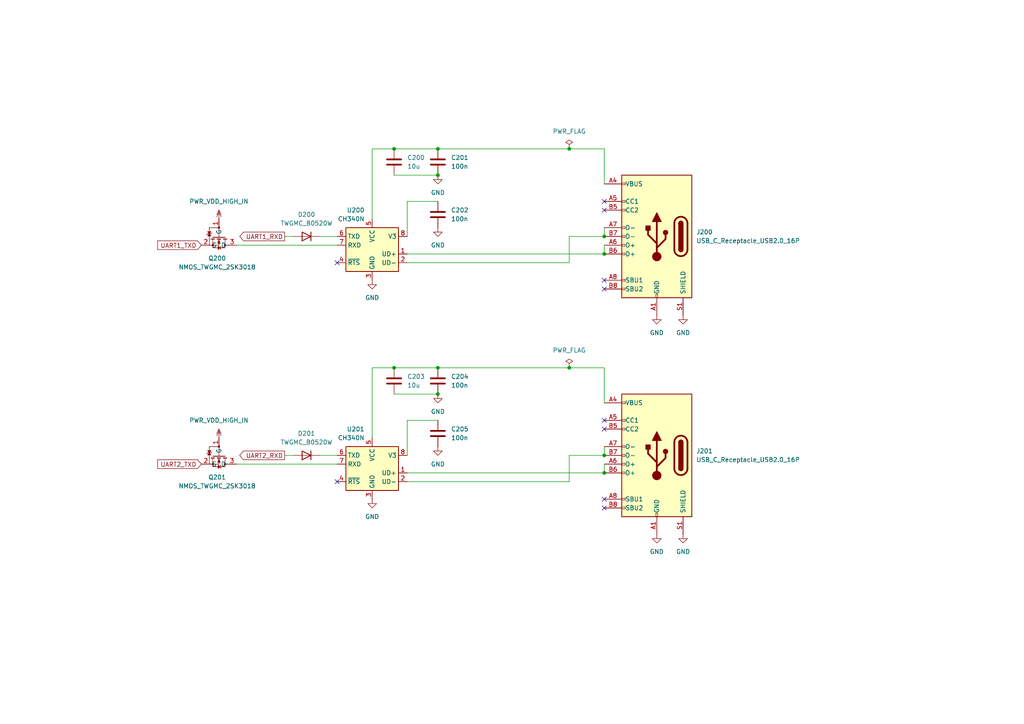
<source format=kicad_sch>
(kicad_sch
	(version 20231120)
	(generator "eeschema")
	(generator_version "8.0")
	(uuid "9dc7ce61-9dd0-4c35-91ce-4425263c46b6")
	(paper "A4")
	(title_block
		(title "i.MX6ULL Carrier - UART")
		(date "2024-06-14")
		(rev "0.9.2")
	)
	(lib_symbols
		(symbol "Connector:USB_C_Receptacle_USB2.0_16P"
			(pin_names
				(offset 1.016)
			)
			(exclude_from_sim no)
			(in_bom yes)
			(on_board yes)
			(property "Reference" "J"
				(at 0 22.225 0)
				(effects
					(font
						(size 1.27 1.27)
					)
				)
			)
			(property "Value" "USB_C_Receptacle_USB2.0_16P"
				(at 0 19.685 0)
				(effects
					(font
						(size 1.27 1.27)
					)
				)
			)
			(property "Footprint" ""
				(at 3.81 0 0)
				(effects
					(font
						(size 1.27 1.27)
					)
					(hide yes)
				)
			)
			(property "Datasheet" "https://www.usb.org/sites/default/files/documents/usb_type-c.zip"
				(at 3.81 0 0)
				(effects
					(font
						(size 1.27 1.27)
					)
					(hide yes)
				)
			)
			(property "Description" "USB 2.0-only 16P Type-C Receptacle connector"
				(at 0 0 0)
				(effects
					(font
						(size 1.27 1.27)
					)
					(hide yes)
				)
			)
			(property "ki_keywords" "usb universal serial bus type-C USB2.0"
				(at 0 0 0)
				(effects
					(font
						(size 1.27 1.27)
					)
					(hide yes)
				)
			)
			(property "ki_fp_filters" "USB*C*Receptacle*"
				(at 0 0 0)
				(effects
					(font
						(size 1.27 1.27)
					)
					(hide yes)
				)
			)
			(symbol "USB_C_Receptacle_USB2.0_16P_0_0"
				(rectangle
					(start -0.254 -17.78)
					(end 0.254 -16.764)
					(stroke
						(width 0)
						(type default)
					)
					(fill
						(type none)
					)
				)
				(rectangle
					(start 10.16 -14.986)
					(end 9.144 -15.494)
					(stroke
						(width 0)
						(type default)
					)
					(fill
						(type none)
					)
				)
				(rectangle
					(start 10.16 -12.446)
					(end 9.144 -12.954)
					(stroke
						(width 0)
						(type default)
					)
					(fill
						(type none)
					)
				)
				(rectangle
					(start 10.16 -4.826)
					(end 9.144 -5.334)
					(stroke
						(width 0)
						(type default)
					)
					(fill
						(type none)
					)
				)
				(rectangle
					(start 10.16 -2.286)
					(end 9.144 -2.794)
					(stroke
						(width 0)
						(type default)
					)
					(fill
						(type none)
					)
				)
				(rectangle
					(start 10.16 0.254)
					(end 9.144 -0.254)
					(stroke
						(width 0)
						(type default)
					)
					(fill
						(type none)
					)
				)
				(rectangle
					(start 10.16 2.794)
					(end 9.144 2.286)
					(stroke
						(width 0)
						(type default)
					)
					(fill
						(type none)
					)
				)
				(rectangle
					(start 10.16 7.874)
					(end 9.144 7.366)
					(stroke
						(width 0)
						(type default)
					)
					(fill
						(type none)
					)
				)
				(rectangle
					(start 10.16 10.414)
					(end 9.144 9.906)
					(stroke
						(width 0)
						(type default)
					)
					(fill
						(type none)
					)
				)
				(rectangle
					(start 10.16 15.494)
					(end 9.144 14.986)
					(stroke
						(width 0)
						(type default)
					)
					(fill
						(type none)
					)
				)
			)
			(symbol "USB_C_Receptacle_USB2.0_16P_0_1"
				(rectangle
					(start -10.16 17.78)
					(end 10.16 -17.78)
					(stroke
						(width 0.254)
						(type default)
					)
					(fill
						(type background)
					)
				)
				(arc
					(start -8.89 -3.81)
					(mid -6.985 -5.7067)
					(end -5.08 -3.81)
					(stroke
						(width 0.508)
						(type default)
					)
					(fill
						(type none)
					)
				)
				(arc
					(start -7.62 -3.81)
					(mid -6.985 -4.4423)
					(end -6.35 -3.81)
					(stroke
						(width 0.254)
						(type default)
					)
					(fill
						(type none)
					)
				)
				(arc
					(start -7.62 -3.81)
					(mid -6.985 -4.4423)
					(end -6.35 -3.81)
					(stroke
						(width 0.254)
						(type default)
					)
					(fill
						(type outline)
					)
				)
				(rectangle
					(start -7.62 -3.81)
					(end -6.35 3.81)
					(stroke
						(width 0.254)
						(type default)
					)
					(fill
						(type outline)
					)
				)
				(arc
					(start -6.35 3.81)
					(mid -6.985 4.4423)
					(end -7.62 3.81)
					(stroke
						(width 0.254)
						(type default)
					)
					(fill
						(type none)
					)
				)
				(arc
					(start -6.35 3.81)
					(mid -6.985 4.4423)
					(end -7.62 3.81)
					(stroke
						(width 0.254)
						(type default)
					)
					(fill
						(type outline)
					)
				)
				(arc
					(start -5.08 3.81)
					(mid -6.985 5.7067)
					(end -8.89 3.81)
					(stroke
						(width 0.508)
						(type default)
					)
					(fill
						(type none)
					)
				)
				(circle
					(center -2.54 1.143)
					(radius 0.635)
					(stroke
						(width 0.254)
						(type default)
					)
					(fill
						(type outline)
					)
				)
				(circle
					(center 0 -5.842)
					(radius 1.27)
					(stroke
						(width 0)
						(type default)
					)
					(fill
						(type outline)
					)
				)
				(polyline
					(pts
						(xy -8.89 -3.81) (xy -8.89 3.81)
					)
					(stroke
						(width 0.508)
						(type default)
					)
					(fill
						(type none)
					)
				)
				(polyline
					(pts
						(xy -5.08 3.81) (xy -5.08 -3.81)
					)
					(stroke
						(width 0.508)
						(type default)
					)
					(fill
						(type none)
					)
				)
				(polyline
					(pts
						(xy 0 -5.842) (xy 0 4.318)
					)
					(stroke
						(width 0.508)
						(type default)
					)
					(fill
						(type none)
					)
				)
				(polyline
					(pts
						(xy 0 -3.302) (xy -2.54 -0.762) (xy -2.54 0.508)
					)
					(stroke
						(width 0.508)
						(type default)
					)
					(fill
						(type none)
					)
				)
				(polyline
					(pts
						(xy 0 -2.032) (xy 2.54 0.508) (xy 2.54 1.778)
					)
					(stroke
						(width 0.508)
						(type default)
					)
					(fill
						(type none)
					)
				)
				(polyline
					(pts
						(xy -1.27 4.318) (xy 0 6.858) (xy 1.27 4.318) (xy -1.27 4.318)
					)
					(stroke
						(width 0.254)
						(type default)
					)
					(fill
						(type outline)
					)
				)
				(rectangle
					(start 1.905 1.778)
					(end 3.175 3.048)
					(stroke
						(width 0.254)
						(type default)
					)
					(fill
						(type outline)
					)
				)
			)
			(symbol "USB_C_Receptacle_USB2.0_16P_1_1"
				(pin passive line
					(at 0 -22.86 90)
					(length 5.08)
					(name "GND"
						(effects
							(font
								(size 1.27 1.27)
							)
						)
					)
					(number "A1"
						(effects
							(font
								(size 1.27 1.27)
							)
						)
					)
				)
				(pin passive line
					(at 0 -22.86 90)
					(length 5.08) hide
					(name "GND"
						(effects
							(font
								(size 1.27 1.27)
							)
						)
					)
					(number "A12"
						(effects
							(font
								(size 1.27 1.27)
							)
						)
					)
				)
				(pin passive line
					(at 15.24 15.24 180)
					(length 5.08)
					(name "VBUS"
						(effects
							(font
								(size 1.27 1.27)
							)
						)
					)
					(number "A4"
						(effects
							(font
								(size 1.27 1.27)
							)
						)
					)
				)
				(pin bidirectional line
					(at 15.24 10.16 180)
					(length 5.08)
					(name "CC1"
						(effects
							(font
								(size 1.27 1.27)
							)
						)
					)
					(number "A5"
						(effects
							(font
								(size 1.27 1.27)
							)
						)
					)
				)
				(pin bidirectional line
					(at 15.24 -2.54 180)
					(length 5.08)
					(name "D+"
						(effects
							(font
								(size 1.27 1.27)
							)
						)
					)
					(number "A6"
						(effects
							(font
								(size 1.27 1.27)
							)
						)
					)
				)
				(pin bidirectional line
					(at 15.24 2.54 180)
					(length 5.08)
					(name "D-"
						(effects
							(font
								(size 1.27 1.27)
							)
						)
					)
					(number "A7"
						(effects
							(font
								(size 1.27 1.27)
							)
						)
					)
				)
				(pin bidirectional line
					(at 15.24 -12.7 180)
					(length 5.08)
					(name "SBU1"
						(effects
							(font
								(size 1.27 1.27)
							)
						)
					)
					(number "A8"
						(effects
							(font
								(size 1.27 1.27)
							)
						)
					)
				)
				(pin passive line
					(at 15.24 15.24 180)
					(length 5.08) hide
					(name "VBUS"
						(effects
							(font
								(size 1.27 1.27)
							)
						)
					)
					(number "A9"
						(effects
							(font
								(size 1.27 1.27)
							)
						)
					)
				)
				(pin passive line
					(at 0 -22.86 90)
					(length 5.08) hide
					(name "GND"
						(effects
							(font
								(size 1.27 1.27)
							)
						)
					)
					(number "B1"
						(effects
							(font
								(size 1.27 1.27)
							)
						)
					)
				)
				(pin passive line
					(at 0 -22.86 90)
					(length 5.08) hide
					(name "GND"
						(effects
							(font
								(size 1.27 1.27)
							)
						)
					)
					(number "B12"
						(effects
							(font
								(size 1.27 1.27)
							)
						)
					)
				)
				(pin passive line
					(at 15.24 15.24 180)
					(length 5.08) hide
					(name "VBUS"
						(effects
							(font
								(size 1.27 1.27)
							)
						)
					)
					(number "B4"
						(effects
							(font
								(size 1.27 1.27)
							)
						)
					)
				)
				(pin bidirectional line
					(at 15.24 7.62 180)
					(length 5.08)
					(name "CC2"
						(effects
							(font
								(size 1.27 1.27)
							)
						)
					)
					(number "B5"
						(effects
							(font
								(size 1.27 1.27)
							)
						)
					)
				)
				(pin bidirectional line
					(at 15.24 -5.08 180)
					(length 5.08)
					(name "D+"
						(effects
							(font
								(size 1.27 1.27)
							)
						)
					)
					(number "B6"
						(effects
							(font
								(size 1.27 1.27)
							)
						)
					)
				)
				(pin bidirectional line
					(at 15.24 0 180)
					(length 5.08)
					(name "D-"
						(effects
							(font
								(size 1.27 1.27)
							)
						)
					)
					(number "B7"
						(effects
							(font
								(size 1.27 1.27)
							)
						)
					)
				)
				(pin bidirectional line
					(at 15.24 -15.24 180)
					(length 5.08)
					(name "SBU2"
						(effects
							(font
								(size 1.27 1.27)
							)
						)
					)
					(number "B8"
						(effects
							(font
								(size 1.27 1.27)
							)
						)
					)
				)
				(pin passive line
					(at 15.24 15.24 180)
					(length 5.08) hide
					(name "VBUS"
						(effects
							(font
								(size 1.27 1.27)
							)
						)
					)
					(number "B9"
						(effects
							(font
								(size 1.27 1.27)
							)
						)
					)
				)
				(pin passive line
					(at -7.62 -22.86 90)
					(length 5.08)
					(name "SHIELD"
						(effects
							(font
								(size 1.27 1.27)
							)
						)
					)
					(number "S1"
						(effects
							(font
								(size 1.27 1.27)
							)
						)
					)
				)
			)
		)
		(symbol "Device:C"
			(pin_numbers hide)
			(pin_names
				(offset 0.254)
			)
			(exclude_from_sim no)
			(in_bom yes)
			(on_board yes)
			(property "Reference" "C"
				(at 0.635 2.54 0)
				(effects
					(font
						(size 1.27 1.27)
					)
					(justify left)
				)
			)
			(property "Value" "C"
				(at 0.635 -2.54 0)
				(effects
					(font
						(size 1.27 1.27)
					)
					(justify left)
				)
			)
			(property "Footprint" ""
				(at 0.9652 -3.81 0)
				(effects
					(font
						(size 1.27 1.27)
					)
					(hide yes)
				)
			)
			(property "Datasheet" "~"
				(at 0 0 0)
				(effects
					(font
						(size 1.27 1.27)
					)
					(hide yes)
				)
			)
			(property "Description" "Unpolarized capacitor"
				(at 0 0 0)
				(effects
					(font
						(size 1.27 1.27)
					)
					(hide yes)
				)
			)
			(property "ki_keywords" "cap capacitor"
				(at 0 0 0)
				(effects
					(font
						(size 1.27 1.27)
					)
					(hide yes)
				)
			)
			(property "ki_fp_filters" "C_*"
				(at 0 0 0)
				(effects
					(font
						(size 1.27 1.27)
					)
					(hide yes)
				)
			)
			(symbol "C_0_1"
				(polyline
					(pts
						(xy -2.032 -0.762) (xy 2.032 -0.762)
					)
					(stroke
						(width 0.508)
						(type default)
					)
					(fill
						(type none)
					)
				)
				(polyline
					(pts
						(xy -2.032 0.762) (xy 2.032 0.762)
					)
					(stroke
						(width 0.508)
						(type default)
					)
					(fill
						(type none)
					)
				)
			)
			(symbol "C_1_1"
				(pin passive line
					(at 0 3.81 270)
					(length 2.794)
					(name "~"
						(effects
							(font
								(size 1.27 1.27)
							)
						)
					)
					(number "1"
						(effects
							(font
								(size 1.27 1.27)
							)
						)
					)
				)
				(pin passive line
					(at 0 -3.81 90)
					(length 2.794)
					(name "~"
						(effects
							(font
								(size 1.27 1.27)
							)
						)
					)
					(number "2"
						(effects
							(font
								(size 1.27 1.27)
							)
						)
					)
				)
			)
		)
		(symbol "Device:D"
			(pin_numbers hide)
			(pin_names
				(offset 1.016) hide)
			(exclude_from_sim no)
			(in_bom yes)
			(on_board yes)
			(property "Reference" "D"
				(at 0 2.54 0)
				(effects
					(font
						(size 1.27 1.27)
					)
				)
			)
			(property "Value" "D"
				(at 0 -2.54 0)
				(effects
					(font
						(size 1.27 1.27)
					)
				)
			)
			(property "Footprint" ""
				(at 0 0 0)
				(effects
					(font
						(size 1.27 1.27)
					)
					(hide yes)
				)
			)
			(property "Datasheet" "~"
				(at 0 0 0)
				(effects
					(font
						(size 1.27 1.27)
					)
					(hide yes)
				)
			)
			(property "Description" "Diode"
				(at 0 0 0)
				(effects
					(font
						(size 1.27 1.27)
					)
					(hide yes)
				)
			)
			(property "Sim.Device" "D"
				(at 0 0 0)
				(effects
					(font
						(size 1.27 1.27)
					)
					(hide yes)
				)
			)
			(property "Sim.Pins" "1=K 2=A"
				(at 0 0 0)
				(effects
					(font
						(size 1.27 1.27)
					)
					(hide yes)
				)
			)
			(property "ki_keywords" "diode"
				(at 0 0 0)
				(effects
					(font
						(size 1.27 1.27)
					)
					(hide yes)
				)
			)
			(property "ki_fp_filters" "TO-???* *_Diode_* *SingleDiode* D_*"
				(at 0 0 0)
				(effects
					(font
						(size 1.27 1.27)
					)
					(hide yes)
				)
			)
			(symbol "D_0_1"
				(polyline
					(pts
						(xy -1.27 1.27) (xy -1.27 -1.27)
					)
					(stroke
						(width 0.254)
						(type default)
					)
					(fill
						(type none)
					)
				)
				(polyline
					(pts
						(xy 1.27 0) (xy -1.27 0)
					)
					(stroke
						(width 0)
						(type default)
					)
					(fill
						(type none)
					)
				)
				(polyline
					(pts
						(xy 1.27 1.27) (xy 1.27 -1.27) (xy -1.27 0) (xy 1.27 1.27)
					)
					(stroke
						(width 0.254)
						(type default)
					)
					(fill
						(type none)
					)
				)
			)
			(symbol "D_1_1"
				(pin passive line
					(at -3.81 0 0)
					(length 2.54)
					(name "K"
						(effects
							(font
								(size 1.27 1.27)
							)
						)
					)
					(number "1"
						(effects
							(font
								(size 1.27 1.27)
							)
						)
					)
				)
				(pin passive line
					(at 3.81 0 180)
					(length 2.54)
					(name "A"
						(effects
							(font
								(size 1.27 1.27)
							)
						)
					)
					(number "2"
						(effects
							(font
								(size 1.27 1.27)
							)
						)
					)
				)
			)
		)
		(symbol "Interface_USB:CH340N"
			(exclude_from_sim no)
			(in_bom yes)
			(on_board yes)
			(property "Reference" "U"
				(at -7.62 6.35 0)
				(effects
					(font
						(size 1.27 1.27)
					)
					(justify left)
				)
			)
			(property "Value" "CH340N"
				(at 7.62 6.35 0)
				(effects
					(font
						(size 1.27 1.27)
					)
					(justify right)
				)
			)
			(property "Footprint" "Package_SO:SOP-8_3.9x4.9mm_P1.27mm"
				(at -3.81 19.05 0)
				(effects
					(font
						(size 1.27 1.27)
					)
					(hide yes)
				)
			)
			(property "Datasheet" "https://aitendo3.sakura.ne.jp/aitendo_data/product_img/ic/inteface/CH340N/ch340n.pdf"
				(at -2.54 5.08 0)
				(effects
					(font
						(size 1.27 1.27)
					)
					(hide yes)
				)
			)
			(property "Description" "USB serial converter, 2Mbps, UART, SOP-8"
				(at 0 0 0)
				(effects
					(font
						(size 1.27 1.27)
					)
					(hide yes)
				)
			)
			(property "ki_keywords" "USB UART Serial Converter Interface"
				(at 0 0 0)
				(effects
					(font
						(size 1.27 1.27)
					)
					(hide yes)
				)
			)
			(property "ki_fp_filters" "SOP*3.9x4.9mm*P1.27mm*"
				(at 0 0 0)
				(effects
					(font
						(size 1.27 1.27)
					)
					(hide yes)
				)
			)
			(symbol "CH340N_0_1"
				(rectangle
					(start -7.62 5.08)
					(end 7.62 -7.62)
					(stroke
						(width 0.254)
						(type default)
					)
					(fill
						(type background)
					)
				)
			)
			(symbol "CH340N_1_1"
				(pin bidirectional line
					(at -10.16 -2.54 0)
					(length 2.54)
					(name "UD+"
						(effects
							(font
								(size 1.27 1.27)
							)
						)
					)
					(number "1"
						(effects
							(font
								(size 1.27 1.27)
							)
						)
					)
				)
				(pin bidirectional line
					(at -10.16 -5.08 0)
					(length 2.54)
					(name "UD-"
						(effects
							(font
								(size 1.27 1.27)
							)
						)
					)
					(number "2"
						(effects
							(font
								(size 1.27 1.27)
							)
						)
					)
				)
				(pin power_in line
					(at 0 -10.16 90)
					(length 2.54)
					(name "GND"
						(effects
							(font
								(size 1.27 1.27)
							)
						)
					)
					(number "3"
						(effects
							(font
								(size 1.27 1.27)
							)
						)
					)
				)
				(pin output line
					(at 10.16 -5.08 180)
					(length 2.54)
					(name "~{RTS}"
						(effects
							(font
								(size 1.27 1.27)
							)
						)
					)
					(number "4"
						(effects
							(font
								(size 1.27 1.27)
							)
						)
					)
				)
				(pin power_in line
					(at 0 7.62 270)
					(length 2.54)
					(name "VCC"
						(effects
							(font
								(size 1.27 1.27)
							)
						)
					)
					(number "5"
						(effects
							(font
								(size 1.27 1.27)
							)
						)
					)
				)
				(pin output line
					(at 10.16 2.54 180)
					(length 2.54)
					(name "TXD"
						(effects
							(font
								(size 1.27 1.27)
							)
						)
					)
					(number "6"
						(effects
							(font
								(size 1.27 1.27)
							)
						)
					)
				)
				(pin input line
					(at 10.16 0 180)
					(length 2.54)
					(name "RXD"
						(effects
							(font
								(size 1.27 1.27)
							)
						)
					)
					(number "7"
						(effects
							(font
								(size 1.27 1.27)
							)
						)
					)
				)
				(pin passive line
					(at -10.16 2.54 0)
					(length 2.54)
					(name "V3"
						(effects
							(font
								(size 1.27 1.27)
							)
						)
					)
					(number "8"
						(effects
							(font
								(size 1.27 1.27)
							)
						)
					)
				)
			)
		)
		(symbol "i.MX6ULL Carrier:NMOS_TWGMC_2SK3018"
			(exclude_from_sim no)
			(in_bom yes)
			(on_board yes)
			(property "Reference" "Q"
				(at 5.08 1.27 0)
				(effects
					(font
						(size 1.27 1.27)
					)
					(justify left)
				)
			)
			(property "Value" "NMOS_TWGMC_2SK3018"
				(at 5.08 -1.27 0)
				(effects
					(font
						(size 1.27 1.27)
					)
					(justify left)
				)
			)
			(property "Footprint" "Package_TO_SOT_SMD:SOT-23-3"
				(at 0 0 0)
				(effects
					(font
						(size 1.27 1.27)
					)
					(hide yes)
				)
			)
			(property "Datasheet" ""
				(at 0 0 0)
				(effects
					(font
						(size 1.27 1.27)
					)
					(hide yes)
				)
			)
			(property "Description" ""
				(at 0 0 0)
				(effects
					(font
						(size 1.27 1.27)
					)
					(hide yes)
				)
			)
			(symbol "NMOS_TWGMC_2SK3018_0_1"
				(circle
					(center -2.54 0)
					(radius 0.254)
					(stroke
						(width 0)
						(type default)
					)
					(fill
						(type outline)
					)
				)
				(polyline
					(pts
						(xy -2.54 -2.794) (xy -2.54 0)
					)
					(stroke
						(width 0)
						(type default)
					)
					(fill
						(type none)
					)
				)
				(polyline
					(pts
						(xy -2.54 -2.794) (xy -1.27 -2.794)
					)
					(stroke
						(width 0)
						(type default)
					)
					(fill
						(type none)
					)
				)
				(polyline
					(pts
						(xy -0.762 -3.302) (xy -0.762 -2.286)
					)
					(stroke
						(width 0)
						(type default)
					)
					(fill
						(type none)
					)
				)
				(polyline
					(pts
						(xy -0.254 -2.794) (xy 2.54 -2.794)
					)
					(stroke
						(width 0)
						(type default)
					)
					(fill
						(type none)
					)
				)
				(polyline
					(pts
						(xy 0.254 0) (xy -2.54 0)
					)
					(stroke
						(width 0)
						(type default)
					)
					(fill
						(type none)
					)
				)
				(polyline
					(pts
						(xy 0.254 1.778) (xy 0.254 -1.778)
					)
					(stroke
						(width 0.254)
						(type default)
					)
					(fill
						(type none)
					)
				)
				(polyline
					(pts
						(xy 0.762 -1.27) (xy 0.762 -2.286)
					)
					(stroke
						(width 0.254)
						(type default)
					)
					(fill
						(type none)
					)
				)
				(polyline
					(pts
						(xy 0.762 0.508) (xy 0.762 -0.508)
					)
					(stroke
						(width 0.254)
						(type default)
					)
					(fill
						(type none)
					)
				)
				(polyline
					(pts
						(xy 0.762 2.286) (xy 0.762 1.27)
					)
					(stroke
						(width 0.254)
						(type default)
					)
					(fill
						(type none)
					)
				)
				(polyline
					(pts
						(xy 2.54 2.54) (xy 2.54 1.778)
					)
					(stroke
						(width 0)
						(type default)
					)
					(fill
						(type none)
					)
				)
				(polyline
					(pts
						(xy 2.794 0.508) (xy 3.81 0.508)
					)
					(stroke
						(width 0)
						(type default)
					)
					(fill
						(type none)
					)
				)
				(polyline
					(pts
						(xy 2.54 -2.54) (xy 2.54 0) (xy 0.762 0)
					)
					(stroke
						(width 0)
						(type default)
					)
					(fill
						(type none)
					)
				)
				(polyline
					(pts
						(xy 0.762 -1.778) (xy 3.302 -1.778) (xy 3.302 1.778) (xy 0.762 1.778)
					)
					(stroke
						(width 0)
						(type default)
					)
					(fill
						(type none)
					)
				)
				(polyline
					(pts
						(xy 1.016 0) (xy 2.032 0.381) (xy 2.032 -0.381) (xy 1.016 0)
					)
					(stroke
						(width 0)
						(type default)
					)
					(fill
						(type outline)
					)
				)
				(circle
					(center 2.54 -1.778)
					(radius 0.254)
					(stroke
						(width 0)
						(type default)
					)
					(fill
						(type outline)
					)
				)
				(circle
					(center 2.54 1.778)
					(radius 0.254)
					(stroke
						(width 0)
						(type default)
					)
					(fill
						(type outline)
					)
				)
			)
			(symbol "NMOS_TWGMC_2SK3018_1_1"
				(polyline
					(pts
						(xy -1.016 -2.032) (xy -0.762 -2.286)
					)
					(stroke
						(width 0)
						(type default)
					)
					(fill
						(type none)
					)
				)
				(polyline
					(pts
						(xy -0.762 -3.302) (xy -0.508 -3.556)
					)
					(stroke
						(width 0)
						(type default)
					)
					(fill
						(type none)
					)
				)
				(polyline
					(pts
						(xy -0.762 -2.794) (xy -1.397 -2.286) (xy -1.397 -3.302) (xy -0.762 -2.794)
					)
					(stroke
						(width 0)
						(type default)
					)
					(fill
						(type outline)
					)
				)
				(polyline
					(pts
						(xy -0.762 -2.794) (xy -0.127 -3.302) (xy -0.127 -2.286) (xy -0.762 -2.794)
					)
					(stroke
						(width 0)
						(type default)
					)
					(fill
						(type outline)
					)
				)
				(polyline
					(pts
						(xy 3.302 0.381) (xy 2.794 -0.254) (xy 3.81 -0.254) (xy 3.302 0.381)
					)
					(stroke
						(width 0)
						(type default)
					)
					(fill
						(type outline)
					)
				)
				(pin input line
					(at -5.08 0 0)
					(length 2.54)
					(name "G"
						(effects
							(font
								(size 1.27 1.27)
							)
						)
					)
					(number "1"
						(effects
							(font
								(size 1.27 1.27)
							)
						)
					)
				)
				(pin passive line
					(at 2.54 -5.08 90)
					(length 2.54)
					(name "S"
						(effects
							(font
								(size 1.27 1.27)
							)
						)
					)
					(number "2"
						(effects
							(font
								(size 1.27 1.27)
							)
						)
					)
				)
				(pin passive line
					(at 2.54 5.08 270)
					(length 2.54)
					(name "D"
						(effects
							(font
								(size 1.27 1.27)
							)
						)
					)
					(number "3"
						(effects
							(font
								(size 1.27 1.27)
							)
						)
					)
				)
			)
		)
		(symbol "i.MX6ULL Carrier:PWR_VDD_HIGH_IN"
			(power)
			(pin_numbers hide)
			(pin_names hide)
			(exclude_from_sim no)
			(in_bom no)
			(on_board no)
			(property "Reference" "#PWR_VDD_HIGH_IN"
				(at 0 0 0)
				(effects
					(font
						(size 1.27 1.27)
					)
					(hide yes)
				)
			)
			(property "Value" "PWR_VDD_HIGH_IN"
				(at 0 0 0)
				(effects
					(font
						(size 1.27 1.27)
					)
				)
			)
			(property "Footprint" ""
				(at 0 0 0)
				(effects
					(font
						(size 1.27 1.27)
					)
					(hide yes)
				)
			)
			(property "Datasheet" ""
				(at 0 0 0)
				(effects
					(font
						(size 1.27 1.27)
					)
					(hide yes)
				)
			)
			(property "Description" ""
				(at 0 0 0)
				(effects
					(font
						(size 1.27 1.27)
					)
					(hide yes)
				)
			)
			(symbol "PWR_VDD_HIGH_IN_0_1"
				(polyline
					(pts
						(xy -0.635 0.635) (xy 0 1.905)
					)
					(stroke
						(width 0)
						(type default)
					)
					(fill
						(type none)
					)
				)
				(polyline
					(pts
						(xy -0.635 1.27) (xy 0 2.54)
					)
					(stroke
						(width 0)
						(type default)
					)
					(fill
						(type none)
					)
				)
				(polyline
					(pts
						(xy 0 2.54) (xy 0 0)
					)
					(stroke
						(width 0)
						(type default)
					)
					(fill
						(type none)
					)
				)
				(polyline
					(pts
						(xy 0.635 0.635) (xy 0 1.905)
					)
					(stroke
						(width 0)
						(type default)
					)
					(fill
						(type none)
					)
				)
				(polyline
					(pts
						(xy 0.635 1.27) (xy 0 2.54)
					)
					(stroke
						(width 0)
						(type default)
					)
					(fill
						(type none)
					)
				)
			)
			(symbol "PWR_VDD_HIGH_IN_1_1"
				(pin power_in line
					(at 0 0 0)
					(length 0)
					(name ""
						(effects
							(font
								(size 1.27 1.27)
							)
						)
					)
					(number "1"
						(effects
							(font
								(size 1.27 1.27)
							)
						)
					)
				)
			)
		)
		(symbol "power:GND"
			(power)
			(pin_numbers hide)
			(pin_names
				(offset 0) hide)
			(exclude_from_sim no)
			(in_bom yes)
			(on_board yes)
			(property "Reference" "#PWR"
				(at 0 -6.35 0)
				(effects
					(font
						(size 1.27 1.27)
					)
					(hide yes)
				)
			)
			(property "Value" "GND"
				(at 0 -3.81 0)
				(effects
					(font
						(size 1.27 1.27)
					)
				)
			)
			(property "Footprint" ""
				(at 0 0 0)
				(effects
					(font
						(size 1.27 1.27)
					)
					(hide yes)
				)
			)
			(property "Datasheet" ""
				(at 0 0 0)
				(effects
					(font
						(size 1.27 1.27)
					)
					(hide yes)
				)
			)
			(property "Description" "Power symbol creates a global label with name \"GND\" , ground"
				(at 0 0 0)
				(effects
					(font
						(size 1.27 1.27)
					)
					(hide yes)
				)
			)
			(property "ki_keywords" "global power"
				(at 0 0 0)
				(effects
					(font
						(size 1.27 1.27)
					)
					(hide yes)
				)
			)
			(symbol "GND_0_1"
				(polyline
					(pts
						(xy 0 0) (xy 0 -1.27) (xy 1.27 -1.27) (xy 0 -2.54) (xy -1.27 -1.27) (xy 0 -1.27)
					)
					(stroke
						(width 0)
						(type default)
					)
					(fill
						(type none)
					)
				)
			)
			(symbol "GND_1_1"
				(pin power_in line
					(at 0 0 270)
					(length 0)
					(name "~"
						(effects
							(font
								(size 1.27 1.27)
							)
						)
					)
					(number "1"
						(effects
							(font
								(size 1.27 1.27)
							)
						)
					)
				)
			)
		)
		(symbol "power:PWR_FLAG"
			(power)
			(pin_numbers hide)
			(pin_names
				(offset 0) hide)
			(exclude_from_sim no)
			(in_bom yes)
			(on_board yes)
			(property "Reference" "#FLG"
				(at 0 1.905 0)
				(effects
					(font
						(size 1.27 1.27)
					)
					(hide yes)
				)
			)
			(property "Value" "PWR_FLAG"
				(at 0 3.81 0)
				(effects
					(font
						(size 1.27 1.27)
					)
				)
			)
			(property "Footprint" ""
				(at 0 0 0)
				(effects
					(font
						(size 1.27 1.27)
					)
					(hide yes)
				)
			)
			(property "Datasheet" "~"
				(at 0 0 0)
				(effects
					(font
						(size 1.27 1.27)
					)
					(hide yes)
				)
			)
			(property "Description" "Special symbol for telling ERC where power comes from"
				(at 0 0 0)
				(effects
					(font
						(size 1.27 1.27)
					)
					(hide yes)
				)
			)
			(property "ki_keywords" "flag power"
				(at 0 0 0)
				(effects
					(font
						(size 1.27 1.27)
					)
					(hide yes)
				)
			)
			(symbol "PWR_FLAG_0_0"
				(pin power_out line
					(at 0 0 90)
					(length 0)
					(name "~"
						(effects
							(font
								(size 1.27 1.27)
							)
						)
					)
					(number "1"
						(effects
							(font
								(size 1.27 1.27)
							)
						)
					)
				)
			)
			(symbol "PWR_FLAG_0_1"
				(polyline
					(pts
						(xy 0 0) (xy 0 1.27) (xy -1.016 1.905) (xy 0 2.54) (xy 1.016 1.905) (xy 0 1.27)
					)
					(stroke
						(width 0)
						(type default)
					)
					(fill
						(type none)
					)
				)
			)
		)
	)
	(junction
		(at 165.1 106.68)
		(diameter 0)
		(color 0 0 0 0)
		(uuid "06cfb78b-35cf-4940-9f3d-29a79305484f")
	)
	(junction
		(at 175.26 73.66)
		(diameter 0)
		(color 0 0 0 0)
		(uuid "1c4fd526-f649-4bbc-81d2-7d88b308a2b0")
	)
	(junction
		(at 127 43.18)
		(diameter 0)
		(color 0 0 0 0)
		(uuid "218c8c29-4ac4-4b6d-af58-d3ae93a6092e")
	)
	(junction
		(at 175.26 137.16)
		(diameter 0)
		(color 0 0 0 0)
		(uuid "25eeaa2e-a2cf-41c3-99da-274c65aaa056")
	)
	(junction
		(at 127 50.8)
		(diameter 0)
		(color 0 0 0 0)
		(uuid "40f1f2f0-250c-4992-8746-ee021251d729")
	)
	(junction
		(at 114.3 106.68)
		(diameter 0)
		(color 0 0 0 0)
		(uuid "4aa0d9e8-4213-4dd9-8b65-90783ca3984b")
	)
	(junction
		(at 175.26 132.08)
		(diameter 0)
		(color 0 0 0 0)
		(uuid "5f86974b-84b2-4bab-b0fc-a2b159e29078")
	)
	(junction
		(at 127 106.68)
		(diameter 0)
		(color 0 0 0 0)
		(uuid "b977dae8-e612-48ac-965f-97e9d0708993")
	)
	(junction
		(at 114.3 43.18)
		(diameter 0)
		(color 0 0 0 0)
		(uuid "c17a6bdf-a680-4d05-9388-4bfac0410a5d")
	)
	(junction
		(at 175.26 68.58)
		(diameter 0)
		(color 0 0 0 0)
		(uuid "d8a20360-a104-4747-831f-4914ab2d8993")
	)
	(junction
		(at 127 114.3)
		(diameter 0)
		(color 0 0 0 0)
		(uuid "e17628c8-f32d-4879-bf8f-1a2a551e829f")
	)
	(junction
		(at 165.1 43.18)
		(diameter 0)
		(color 0 0 0 0)
		(uuid "e2955473-1ae2-4367-a565-9a71764621bf")
	)
	(no_connect
		(at 175.26 121.92)
		(uuid "1ca9886e-50f4-4aa6-8b89-428b0bc42706")
	)
	(no_connect
		(at 97.79 76.2)
		(uuid "2115145a-d364-4f54-bf5b-5cbbd0aef912")
	)
	(no_connect
		(at 175.26 147.32)
		(uuid "27a4326c-8043-4906-96e9-07fede10a4f0")
	)
	(no_connect
		(at 175.26 144.78)
		(uuid "32f3a0f3-1e0f-46be-b80d-b44ed0a10ca3")
	)
	(no_connect
		(at 175.26 83.82)
		(uuid "42ae1b96-e0ed-4ed3-adb9-5ce669cf6b0d")
	)
	(no_connect
		(at 175.26 60.96)
		(uuid "458bf38e-68a3-4be6-8f03-7fa1334051a0")
	)
	(no_connect
		(at 175.26 124.46)
		(uuid "46b940bb-5e9e-4c34-8e41-4aa278fb456a")
	)
	(no_connect
		(at 175.26 58.42)
		(uuid "835b4293-bd61-440d-a585-d1111bc6de80")
	)
	(no_connect
		(at 175.26 81.28)
		(uuid "b862b6dd-5bfc-4af5-bba0-70ccf1192534")
	)
	(no_connect
		(at 97.79 139.7)
		(uuid "d05d8569-fe5f-4145-bb82-6dc36bb63a09")
	)
	(wire
		(pts
			(xy 175.26 66.04) (xy 175.26 68.58)
		)
		(stroke
			(width 0)
			(type default)
		)
		(uuid "0e94b295-a06e-4b6c-9adf-81fe3cead60e")
	)
	(wire
		(pts
			(xy 118.11 58.42) (xy 127 58.42)
		)
		(stroke
			(width 0)
			(type default)
		)
		(uuid "0eb942f4-86d9-43f2-be23-c6e9ca4e7bc0")
	)
	(wire
		(pts
			(xy 82.55 132.08) (xy 85.09 132.08)
		)
		(stroke
			(width 0)
			(type default)
		)
		(uuid "0f4828b9-97db-44f6-a96f-d59667902d3b")
	)
	(wire
		(pts
			(xy 68.58 71.12) (xy 97.79 71.12)
		)
		(stroke
			(width 0)
			(type default)
		)
		(uuid "10403b7f-29f1-4974-aae5-0de80c1c6313")
	)
	(wire
		(pts
			(xy 165.1 106.68) (xy 175.26 106.68)
		)
		(stroke
			(width 0)
			(type default)
		)
		(uuid "19e2b88f-4bdb-4563-85a9-2d70ae733180")
	)
	(wire
		(pts
			(xy 165.1 76.2) (xy 165.1 68.58)
		)
		(stroke
			(width 0)
			(type default)
		)
		(uuid "265cf5a1-feb8-4fd1-baa9-46dcb5b17824")
	)
	(wire
		(pts
			(xy 118.11 137.16) (xy 175.26 137.16)
		)
		(stroke
			(width 0)
			(type default)
		)
		(uuid "27d27ea8-c247-4cf0-b667-8ff58af786a3")
	)
	(wire
		(pts
			(xy 107.95 106.68) (xy 114.3 106.68)
		)
		(stroke
			(width 0)
			(type default)
		)
		(uuid "2f8aaa53-af67-4887-8bf1-e13b6e0ead1a")
	)
	(wire
		(pts
			(xy 175.26 116.84) (xy 175.26 106.68)
		)
		(stroke
			(width 0)
			(type default)
		)
		(uuid "314b0b1b-969e-4ac7-9e11-f5b6ddfd12f5")
	)
	(wire
		(pts
			(xy 118.11 76.2) (xy 165.1 76.2)
		)
		(stroke
			(width 0)
			(type default)
		)
		(uuid "320bdfd1-6aae-4fc1-9b7e-5fc930960de7")
	)
	(wire
		(pts
			(xy 175.26 129.54) (xy 175.26 132.08)
		)
		(stroke
			(width 0)
			(type default)
		)
		(uuid "3479250d-2c42-4db9-9b27-2da0968f7922")
	)
	(wire
		(pts
			(xy 165.1 68.58) (xy 175.26 68.58)
		)
		(stroke
			(width 0)
			(type default)
		)
		(uuid "3834364a-8171-417c-8d07-d57a6663d05c")
	)
	(wire
		(pts
			(xy 165.1 43.18) (xy 175.26 43.18)
		)
		(stroke
			(width 0)
			(type default)
		)
		(uuid "3e093d1f-14b1-40f8-9531-f1cd895efa30")
	)
	(wire
		(pts
			(xy 175.26 53.34) (xy 175.26 43.18)
		)
		(stroke
			(width 0)
			(type default)
		)
		(uuid "53dd369f-ed92-49e8-90d6-a74b5a2b130a")
	)
	(wire
		(pts
			(xy 114.3 50.8) (xy 127 50.8)
		)
		(stroke
			(width 0)
			(type default)
		)
		(uuid "63759fa1-26a8-4d26-a4ab-9cfa49b48aab")
	)
	(wire
		(pts
			(xy 92.71 68.58) (xy 97.79 68.58)
		)
		(stroke
			(width 0)
			(type default)
		)
		(uuid "64c76991-f3ad-4d90-89ce-0e50df238bdd")
	)
	(wire
		(pts
			(xy 118.11 73.66) (xy 175.26 73.66)
		)
		(stroke
			(width 0)
			(type default)
		)
		(uuid "797c2136-84d5-4230-b30f-b3526bdfcbe1")
	)
	(wire
		(pts
			(xy 107.95 106.68) (xy 107.95 127)
		)
		(stroke
			(width 0)
			(type default)
		)
		(uuid "7a341d47-3f5a-4b0e-bcfc-0e8f8ad2d1c2")
	)
	(wire
		(pts
			(xy 127 43.18) (xy 165.1 43.18)
		)
		(stroke
			(width 0)
			(type default)
		)
		(uuid "95dec40c-c449-492f-a2ec-8aeb42e7054a")
	)
	(wire
		(pts
			(xy 127 106.68) (xy 114.3 106.68)
		)
		(stroke
			(width 0)
			(type default)
		)
		(uuid "9eab8259-224b-4e56-8206-f8818967a995")
	)
	(wire
		(pts
			(xy 175.26 134.62) (xy 175.26 137.16)
		)
		(stroke
			(width 0)
			(type default)
		)
		(uuid "afc8ba9e-1f42-48e9-8c76-a262452ae118")
	)
	(wire
		(pts
			(xy 127 121.92) (xy 118.11 121.92)
		)
		(stroke
			(width 0)
			(type default)
		)
		(uuid "b12e7e8d-db6c-4503-8a86-ce71e91c7bdd")
	)
	(wire
		(pts
			(xy 118.11 68.58) (xy 118.11 58.42)
		)
		(stroke
			(width 0)
			(type default)
		)
		(uuid "b7509f95-fc0f-421f-8940-67ee03582d09")
	)
	(wire
		(pts
			(xy 127 43.18) (xy 114.3 43.18)
		)
		(stroke
			(width 0)
			(type default)
		)
		(uuid "bb17a76f-5b97-4d91-aaba-054473b963e1")
	)
	(wire
		(pts
			(xy 82.55 68.58) (xy 85.09 68.58)
		)
		(stroke
			(width 0)
			(type default)
		)
		(uuid "c126751e-f55d-48ea-b8ba-a85781b4d3af")
	)
	(wire
		(pts
			(xy 165.1 132.08) (xy 175.26 132.08)
		)
		(stroke
			(width 0)
			(type default)
		)
		(uuid "c25c6fd7-1d1f-4ec4-9c7c-3c0552f4d672")
	)
	(wire
		(pts
			(xy 175.26 71.12) (xy 175.26 73.66)
		)
		(stroke
			(width 0)
			(type default)
		)
		(uuid "c5375009-cae6-4e8a-a20a-d01a36d0b3a9")
	)
	(wire
		(pts
			(xy 92.71 132.08) (xy 97.79 132.08)
		)
		(stroke
			(width 0)
			(type default)
		)
		(uuid "cca1e272-138d-41c6-9b63-30476dfd361b")
	)
	(wire
		(pts
			(xy 127 106.68) (xy 165.1 106.68)
		)
		(stroke
			(width 0)
			(type default)
		)
		(uuid "d4a3e8d5-00b9-426e-8277-c17e90680ddc")
	)
	(wire
		(pts
			(xy 107.95 43.18) (xy 114.3 43.18)
		)
		(stroke
			(width 0)
			(type default)
		)
		(uuid "d4c6910b-8747-4213-b439-d4c0b1e298c7")
	)
	(wire
		(pts
			(xy 107.95 43.18) (xy 107.95 63.5)
		)
		(stroke
			(width 0)
			(type default)
		)
		(uuid "d761cce1-7f54-4ad1-8c9c-738951ddcfba")
	)
	(wire
		(pts
			(xy 118.11 139.7) (xy 165.1 139.7)
		)
		(stroke
			(width 0)
			(type default)
		)
		(uuid "d919c57f-99b5-4e82-8144-06f83504f0ab")
	)
	(wire
		(pts
			(xy 118.11 121.92) (xy 118.11 132.08)
		)
		(stroke
			(width 0)
			(type default)
		)
		(uuid "dd984804-2efc-45de-bc45-19b162421f9f")
	)
	(wire
		(pts
			(xy 68.58 134.62) (xy 97.79 134.62)
		)
		(stroke
			(width 0)
			(type default)
		)
		(uuid "eb961443-e747-4090-8313-739fe88e0a50")
	)
	(wire
		(pts
			(xy 114.3 114.3) (xy 127 114.3)
		)
		(stroke
			(width 0)
			(type default)
		)
		(uuid "f3b312ce-ce29-497d-8e5d-0d17aa127fd4")
	)
	(wire
		(pts
			(xy 165.1 139.7) (xy 165.1 132.08)
		)
		(stroke
			(width 0)
			(type default)
		)
		(uuid "fd207cce-641b-47b2-882d-e644a76b036a")
	)
	(global_label "UART2_TXD"
		(shape input)
		(at 58.42 134.62 180)
		(effects
			(font
				(size 1.27 1.27)
			)
			(justify right)
		)
		(uuid "0a4d8bd1-4ff9-4f20-af95-ac58303d247c")
		(property "Intersheetrefs" "${INTERSHEET_REFS}"
			(at 58.42 134.62 0)
			(effects
				(font
					(size 1.27 1.27)
				)
				(hide yes)
			)
		)
	)
	(global_label "UART1_RXD"
		(shape output)
		(at 82.55 68.58 180)
		(effects
			(font
				(size 1.27 1.27)
			)
			(justify right)
		)
		(uuid "57485615-e986-4ca8-982e-fa7adfc79c31")
		(property "Intersheetrefs" "${INTERSHEET_REFS}"
			(at 82.55 68.58 0)
			(effects
				(font
					(size 1.27 1.27)
				)
				(justify right)
				(hide yes)
			)
		)
	)
	(global_label "UART2_RXD"
		(shape output)
		(at 82.55 132.08 180)
		(effects
			(font
				(size 1.27 1.27)
			)
			(justify right)
		)
		(uuid "c89b93c8-d126-4c9f-b534-e2e16b01030a")
		(property "Intersheetrefs" "${INTERSHEET_REFS}"
			(at 82.55 132.08 0)
			(effects
				(font
					(size 1.27 1.27)
				)
				(justify right)
				(hide yes)
			)
		)
	)
	(global_label "UART1_TXD"
		(shape input)
		(at 58.42 71.12 180)
		(effects
			(font
				(size 1.27 1.27)
			)
			(justify right)
		)
		(uuid "e4c84998-e377-42f6-a055-963a4fb46452")
		(property "Intersheetrefs" "${INTERSHEET_REFS}"
			(at 58.42 71.12 0)
			(effects
				(font
					(size 1.27 1.27)
				)
				(hide yes)
			)
		)
	)
	(symbol
		(lib_id "i.MX6ULL Carrier:PWR_VDD_HIGH_IN")
		(at 63.5 127 0)
		(unit 1)
		(exclude_from_sim no)
		(in_bom no)
		(on_board no)
		(dnp no)
		(fields_autoplaced yes)
		(uuid "03efcdd4-3a65-482f-949a-f7de41251c67")
		(property "Reference" "#PWR_VDD_HIGH_IN0101"
			(at 63.5 127 0)
			(effects
				(font
					(size 1.27 1.27)
				)
				(hide yes)
			)
		)
		(property "Value" "PWR_VDD_HIGH_IN"
			(at 63.5 121.92 0)
			(effects
				(font
					(size 1.27 1.27)
				)
			)
		)
		(property "Footprint" ""
			(at 63.5 127 0)
			(effects
				(font
					(size 1.27 1.27)
				)
				(hide yes)
			)
		)
		(property "Datasheet" ""
			(at 63.5 127 0)
			(effects
				(font
					(size 1.27 1.27)
				)
				(hide yes)
			)
		)
		(property "Description" ""
			(at 63.5 127 0)
			(effects
				(font
					(size 1.27 1.27)
				)
				(hide yes)
			)
		)
		(pin "1"
			(uuid "e69be43d-0e11-42b6-b5ef-8f20c3825010")
		)
		(instances
			(project "i.MX6ULL Carrier"
				(path "/b811b355-39e8-4ef4-949d-2a1589ccc51f/04b3a2f2-8ac0-4985-ba84-94b6047ff9b6"
					(reference "#PWR_VDD_HIGH_IN0101")
					(unit 1)
				)
			)
		)
	)
	(symbol
		(lib_id "Device:C")
		(at 127 110.49 0)
		(unit 1)
		(exclude_from_sim no)
		(in_bom yes)
		(on_board yes)
		(dnp no)
		(fields_autoplaced yes)
		(uuid "042eb33b-f7a9-4e57-bc7c-8ad54317917b")
		(property "Reference" "C204"
			(at 130.81 109.2199 0)
			(effects
				(font
					(size 1.27 1.27)
				)
				(justify left)
			)
		)
		(property "Value" "100n"
			(at 130.81 111.7599 0)
			(effects
				(font
					(size 1.27 1.27)
				)
				(justify left)
			)
		)
		(property "Footprint" "Capacitor_SMD:C_0603_1608Metric"
			(at 127.9652 114.3 0)
			(effects
				(font
					(size 1.27 1.27)
				)
				(hide yes)
			)
		)
		(property "Datasheet" "~"
			(at 127 110.49 0)
			(effects
				(font
					(size 1.27 1.27)
				)
				(hide yes)
			)
		)
		(property "Description" "Unpolarized capacitor"
			(at 127 110.49 0)
			(effects
				(font
					(size 1.27 1.27)
				)
				(hide yes)
			)
		)
		(pin "1"
			(uuid "bc193280-d1df-4e83-aeb8-d6d1d357b119")
		)
		(pin "2"
			(uuid "6aabed1c-cb97-43ce-bef7-55ddef02b93a")
		)
		(instances
			(project "i.MX6ULL Carrier"
				(path "/b811b355-39e8-4ef4-949d-2a1589ccc51f/04b3a2f2-8ac0-4985-ba84-94b6047ff9b6"
					(reference "C204")
					(unit 1)
				)
			)
		)
	)
	(symbol
		(lib_id "i.MX6ULL Carrier:NMOS_TWGMC_2SK3018")
		(at 63.5 132.08 270)
		(unit 1)
		(exclude_from_sim no)
		(in_bom yes)
		(on_board yes)
		(dnp no)
		(fields_autoplaced yes)
		(uuid "0dbaea59-b5f3-427e-ad56-4c072a34f738")
		(property "Reference" "Q201"
			(at 62.992 138.43 90)
			(effects
				(font
					(size 1.27 1.27)
				)
			)
		)
		(property "Value" "NMOS_TWGMC_2SK3018"
			(at 62.992 140.97 90)
			(effects
				(font
					(size 1.27 1.27)
				)
			)
		)
		(property "Footprint" "Package_TO_SOT_SMD:SOT-23-3"
			(at 63.5 132.08 0)
			(effects
				(font
					(size 1.27 1.27)
				)
				(hide yes)
			)
		)
		(property "Datasheet" ""
			(at 63.5 132.08 0)
			(effects
				(font
					(size 1.27 1.27)
				)
				(hide yes)
			)
		)
		(property "Description" ""
			(at 63.5 132.08 0)
			(effects
				(font
					(size 1.27 1.27)
				)
				(hide yes)
			)
		)
		(pin "1"
			(uuid "e386d29f-baad-486a-8e05-b8b9b2007536")
		)
		(pin "2"
			(uuid "257a3af0-9b7d-4bc8-94e4-27972aaaeeb4")
		)
		(pin "3"
			(uuid "d0f319f7-ef01-4515-9193-ca4aca2c8f9c")
		)
		(instances
			(project "i.MX6ULL Carrier"
				(path "/b811b355-39e8-4ef4-949d-2a1589ccc51f/04b3a2f2-8ac0-4985-ba84-94b6047ff9b6"
					(reference "Q201")
					(unit 1)
				)
			)
		)
	)
	(symbol
		(lib_id "power:GND")
		(at 107.95 144.78 0)
		(unit 1)
		(exclude_from_sim no)
		(in_bom yes)
		(on_board yes)
		(dnp no)
		(fields_autoplaced yes)
		(uuid "1026e3b7-b9c5-4393-8a5a-15b8276c2fbc")
		(property "Reference" "#PWR0177"
			(at 107.95 151.13 0)
			(effects
				(font
					(size 1.27 1.27)
				)
				(hide yes)
			)
		)
		(property "Value" "GND"
			(at 107.95 149.86 0)
			(effects
				(font
					(size 1.27 1.27)
				)
			)
		)
		(property "Footprint" ""
			(at 107.95 144.78 0)
			(effects
				(font
					(size 1.27 1.27)
				)
				(hide yes)
			)
		)
		(property "Datasheet" ""
			(at 107.95 144.78 0)
			(effects
				(font
					(size 1.27 1.27)
				)
				(hide yes)
			)
		)
		(property "Description" "Power symbol creates a global label with name \"GND\" , ground"
			(at 107.95 144.78 0)
			(effects
				(font
					(size 1.27 1.27)
				)
				(hide yes)
			)
		)
		(pin "1"
			(uuid "1ab8bd56-ce6d-4fe4-9d92-e3970a2fe6ae")
		)
		(instances
			(project "i.MX6ULL Carrier"
				(path "/b811b355-39e8-4ef4-949d-2a1589ccc51f/04b3a2f2-8ac0-4985-ba84-94b6047ff9b6"
					(reference "#PWR0177")
					(unit 1)
				)
			)
		)
	)
	(symbol
		(lib_id "power:GND")
		(at 198.12 154.94 0)
		(unit 1)
		(exclude_from_sim no)
		(in_bom yes)
		(on_board yes)
		(dnp no)
		(fields_autoplaced yes)
		(uuid "114d36cc-aff6-403b-b865-ce5151c885a3")
		(property "Reference" "#PWR0169"
			(at 198.12 161.29 0)
			(effects
				(font
					(size 1.27 1.27)
				)
				(hide yes)
			)
		)
		(property "Value" "GND"
			(at 198.12 160.02 0)
			(effects
				(font
					(size 1.27 1.27)
				)
			)
		)
		(property "Footprint" ""
			(at 198.12 154.94 0)
			(effects
				(font
					(size 1.27 1.27)
				)
				(hide yes)
			)
		)
		(property "Datasheet" ""
			(at 198.12 154.94 0)
			(effects
				(font
					(size 1.27 1.27)
				)
				(hide yes)
			)
		)
		(property "Description" "Power symbol creates a global label with name \"GND\" , ground"
			(at 198.12 154.94 0)
			(effects
				(font
					(size 1.27 1.27)
				)
				(hide yes)
			)
		)
		(pin "1"
			(uuid "808b5256-c09b-4b07-88ab-b13d642d7b5b")
		)
		(instances
			(project "i.MX6ULL Carrier"
				(path "/b811b355-39e8-4ef4-949d-2a1589ccc51f/04b3a2f2-8ac0-4985-ba84-94b6047ff9b6"
					(reference "#PWR0169")
					(unit 1)
				)
			)
		)
	)
	(symbol
		(lib_id "power:GND")
		(at 127 114.3 0)
		(unit 1)
		(exclude_from_sim no)
		(in_bom yes)
		(on_board yes)
		(dnp no)
		(fields_autoplaced yes)
		(uuid "16801ce7-a664-4da2-8a2d-25709bf6c8d9")
		(property "Reference" "#PWR0173"
			(at 127 120.65 0)
			(effects
				(font
					(size 1.27 1.27)
				)
				(hide yes)
			)
		)
		(property "Value" "GND"
			(at 127 119.38 0)
			(effects
				(font
					(size 1.27 1.27)
				)
			)
		)
		(property "Footprint" ""
			(at 127 114.3 0)
			(effects
				(font
					(size 1.27 1.27)
				)
				(hide yes)
			)
		)
		(property "Datasheet" ""
			(at 127 114.3 0)
			(effects
				(font
					(size 1.27 1.27)
				)
				(hide yes)
			)
		)
		(property "Description" "Power symbol creates a global label with name \"GND\" , ground"
			(at 127 114.3 0)
			(effects
				(font
					(size 1.27 1.27)
				)
				(hide yes)
			)
		)
		(pin "1"
			(uuid "84d5a0ab-0ecb-4a07-8bcb-8fae4c3abf3c")
		)
		(instances
			(project "i.MX6ULL Carrier"
				(path "/b811b355-39e8-4ef4-949d-2a1589ccc51f/04b3a2f2-8ac0-4985-ba84-94b6047ff9b6"
					(reference "#PWR0173")
					(unit 1)
				)
			)
		)
	)
	(symbol
		(lib_id "i.MX6ULL Carrier:NMOS_TWGMC_2SK3018")
		(at 63.5 68.58 270)
		(unit 1)
		(exclude_from_sim no)
		(in_bom yes)
		(on_board yes)
		(dnp no)
		(fields_autoplaced yes)
		(uuid "1b084b81-9694-4322-a952-1fa462a21df1")
		(property "Reference" "Q200"
			(at 62.992 74.93 90)
			(effects
				(font
					(size 1.27 1.27)
				)
			)
		)
		(property "Value" "NMOS_TWGMC_2SK3018"
			(at 62.992 77.47 90)
			(effects
				(font
					(size 1.27 1.27)
				)
			)
		)
		(property "Footprint" "Package_TO_SOT_SMD:SOT-23-3"
			(at 63.5 68.58 0)
			(effects
				(font
					(size 1.27 1.27)
				)
				(hide yes)
			)
		)
		(property "Datasheet" ""
			(at 63.5 68.58 0)
			(effects
				(font
					(size 1.27 1.27)
				)
				(hide yes)
			)
		)
		(property "Description" ""
			(at 63.5 68.58 0)
			(effects
				(font
					(size 1.27 1.27)
				)
				(hide yes)
			)
		)
		(pin "1"
			(uuid "394c53e5-e39a-4d37-8847-086540a6eb64")
		)
		(pin "2"
			(uuid "5243e458-63a5-4c9c-9bc5-9a9012848212")
		)
		(pin "3"
			(uuid "fefd5482-b892-42b0-b2a0-10b64255c5bb")
		)
		(instances
			(project "i.MX6ULL Carrier"
				(path "/b811b355-39e8-4ef4-949d-2a1589ccc51f/04b3a2f2-8ac0-4985-ba84-94b6047ff9b6"
					(reference "Q200")
					(unit 1)
				)
			)
		)
	)
	(symbol
		(lib_id "Device:C")
		(at 127 46.99 0)
		(unit 1)
		(exclude_from_sim no)
		(in_bom yes)
		(on_board yes)
		(dnp no)
		(fields_autoplaced yes)
		(uuid "1d2527fb-156c-4703-a14f-6e6f56017840")
		(property "Reference" "C201"
			(at 130.81 45.7199 0)
			(effects
				(font
					(size 1.27 1.27)
				)
				(justify left)
			)
		)
		(property "Value" "100n"
			(at 130.81 48.2599 0)
			(effects
				(font
					(size 1.27 1.27)
				)
				(justify left)
			)
		)
		(property "Footprint" "Capacitor_SMD:C_0603_1608Metric"
			(at 127.9652 50.8 0)
			(effects
				(font
					(size 1.27 1.27)
				)
				(hide yes)
			)
		)
		(property "Datasheet" "~"
			(at 127 46.99 0)
			(effects
				(font
					(size 1.27 1.27)
				)
				(hide yes)
			)
		)
		(property "Description" "Unpolarized capacitor"
			(at 127 46.99 0)
			(effects
				(font
					(size 1.27 1.27)
				)
				(hide yes)
			)
		)
		(pin "1"
			(uuid "a874450d-0b40-43a2-ba8b-f340f8bf316c")
		)
		(pin "2"
			(uuid "cec8ccf1-0677-432e-9063-038f82424f2d")
		)
		(instances
			(project "i.MX6ULL Carrier"
				(path "/b811b355-39e8-4ef4-949d-2a1589ccc51f/04b3a2f2-8ac0-4985-ba84-94b6047ff9b6"
					(reference "C201")
					(unit 1)
				)
			)
		)
	)
	(symbol
		(lib_id "power:PWR_FLAG")
		(at 165.1 106.68 0)
		(unit 1)
		(exclude_from_sim no)
		(in_bom yes)
		(on_board yes)
		(dnp no)
		(fields_autoplaced yes)
		(uuid "336644c1-03f3-46bb-8c38-13ac6d432d99")
		(property "Reference" "#FLG0105"
			(at 165.1 104.775 0)
			(effects
				(font
					(size 1.27 1.27)
				)
				(hide yes)
			)
		)
		(property "Value" "PWR_FLAG"
			(at 165.1 101.6 0)
			(effects
				(font
					(size 1.27 1.27)
				)
			)
		)
		(property "Footprint" ""
			(at 165.1 106.68 0)
			(effects
				(font
					(size 1.27 1.27)
				)
				(hide yes)
			)
		)
		(property "Datasheet" "~"
			(at 165.1 106.68 0)
			(effects
				(font
					(size 1.27 1.27)
				)
				(hide yes)
			)
		)
		(property "Description" "Special symbol for telling ERC where power comes from"
			(at 165.1 106.68 0)
			(effects
				(font
					(size 1.27 1.27)
				)
				(hide yes)
			)
		)
		(pin "1"
			(uuid "b5eb2822-b7f0-40aa-a8d6-c98db58b9f00")
		)
		(instances
			(project "i.MX6ULL Carrier"
				(path "/b811b355-39e8-4ef4-949d-2a1589ccc51f/04b3a2f2-8ac0-4985-ba84-94b6047ff9b6"
					(reference "#FLG0105")
					(unit 1)
				)
			)
		)
	)
	(symbol
		(lib_id "Device:D")
		(at 88.9 132.08 180)
		(unit 1)
		(exclude_from_sim no)
		(in_bom yes)
		(on_board yes)
		(dnp no)
		(fields_autoplaced yes)
		(uuid "40ab2227-d521-4188-98f7-c6e2d829d8d3")
		(property "Reference" "D201"
			(at 88.9 125.73 0)
			(effects
				(font
					(size 1.27 1.27)
				)
			)
		)
		(property "Value" "TWGMC_B0520W"
			(at 88.9 128.27 0)
			(effects
				(font
					(size 1.27 1.27)
				)
			)
		)
		(property "Footprint" "Diode_SMD:D_SOD-123"
			(at 88.9 132.08 0)
			(effects
				(font
					(size 1.27 1.27)
				)
				(hide yes)
			)
		)
		(property "Datasheet" "~"
			(at 88.9 132.08 0)
			(effects
				(font
					(size 1.27 1.27)
				)
				(hide yes)
			)
		)
		(property "Description" "Diode"
			(at 88.9 132.08 0)
			(effects
				(font
					(size 1.27 1.27)
				)
				(hide yes)
			)
		)
		(property "Sim.Device" "D"
			(at 88.9 132.08 0)
			(effects
				(font
					(size 1.27 1.27)
				)
				(hide yes)
			)
		)
		(property "Sim.Pins" "1=K 2=A"
			(at 88.9 132.08 0)
			(effects
				(font
					(size 1.27 1.27)
				)
				(hide yes)
			)
		)
		(pin "2"
			(uuid "2db2a474-c70c-4e97-b8f5-9d88f853d465")
		)
		(pin "1"
			(uuid "e274978f-51e5-4e32-8600-b27a9a366edc")
		)
		(instances
			(project "i.MX6ULL Carrier"
				(path "/b811b355-39e8-4ef4-949d-2a1589ccc51f/04b3a2f2-8ac0-4985-ba84-94b6047ff9b6"
					(reference "D201")
					(unit 1)
				)
			)
		)
	)
	(symbol
		(lib_id "power:GND")
		(at 190.5 91.44 0)
		(unit 1)
		(exclude_from_sim no)
		(in_bom yes)
		(on_board yes)
		(dnp no)
		(fields_autoplaced yes)
		(uuid "4d1afb60-e1b5-4ad0-bf2c-50463b3799a3")
		(property "Reference" "#PWR0171"
			(at 190.5 97.79 0)
			(effects
				(font
					(size 1.27 1.27)
				)
				(hide yes)
			)
		)
		(property "Value" "GND"
			(at 190.5 96.52 0)
			(effects
				(font
					(size 1.27 1.27)
				)
			)
		)
		(property "Footprint" ""
			(at 190.5 91.44 0)
			(effects
				(font
					(size 1.27 1.27)
				)
				(hide yes)
			)
		)
		(property "Datasheet" ""
			(at 190.5 91.44 0)
			(effects
				(font
					(size 1.27 1.27)
				)
				(hide yes)
			)
		)
		(property "Description" "Power symbol creates a global label with name \"GND\" , ground"
			(at 190.5 91.44 0)
			(effects
				(font
					(size 1.27 1.27)
				)
				(hide yes)
			)
		)
		(pin "1"
			(uuid "09124d22-bf0e-43dd-b5f0-3c02a8efaae2")
		)
		(instances
			(project "i.MX6ULL Carrier"
				(path "/b811b355-39e8-4ef4-949d-2a1589ccc51f/04b3a2f2-8ac0-4985-ba84-94b6047ff9b6"
					(reference "#PWR0171")
					(unit 1)
				)
			)
		)
	)
	(symbol
		(lib_id "Device:C")
		(at 114.3 110.49 0)
		(unit 1)
		(exclude_from_sim no)
		(in_bom yes)
		(on_board yes)
		(dnp no)
		(fields_autoplaced yes)
		(uuid "56b54435-c138-43dd-8f2e-21844f2123fe")
		(property "Reference" "C203"
			(at 118.11 109.2199 0)
			(effects
				(font
					(size 1.27 1.27)
				)
				(justify left)
			)
		)
		(property "Value" "10u"
			(at 118.11 111.7599 0)
			(effects
				(font
					(size 1.27 1.27)
				)
				(justify left)
			)
		)
		(property "Footprint" "Capacitor_SMD:C_0603_1608Metric"
			(at 115.2652 114.3 0)
			(effects
				(font
					(size 1.27 1.27)
				)
				(hide yes)
			)
		)
		(property "Datasheet" "~"
			(at 114.3 110.49 0)
			(effects
				(font
					(size 1.27 1.27)
				)
				(hide yes)
			)
		)
		(property "Description" "Unpolarized capacitor"
			(at 114.3 110.49 0)
			(effects
				(font
					(size 1.27 1.27)
				)
				(hide yes)
			)
		)
		(pin "1"
			(uuid "f08acec9-3aea-4512-8ceb-5963574bc660")
		)
		(pin "2"
			(uuid "cbd57d46-64ff-4b46-9032-4ed727b29249")
		)
		(instances
			(project "i.MX6ULL Carrier"
				(path "/b811b355-39e8-4ef4-949d-2a1589ccc51f/04b3a2f2-8ac0-4985-ba84-94b6047ff9b6"
					(reference "C203")
					(unit 1)
				)
			)
		)
	)
	(symbol
		(lib_id "Device:C")
		(at 114.3 46.99 0)
		(unit 1)
		(exclude_from_sim no)
		(in_bom yes)
		(on_board yes)
		(dnp no)
		(fields_autoplaced yes)
		(uuid "5c3b98a5-d261-4012-a1de-c25d601abe04")
		(property "Reference" "C200"
			(at 118.11 45.7199 0)
			(effects
				(font
					(size 1.27 1.27)
				)
				(justify left)
			)
		)
		(property "Value" "10u"
			(at 118.11 48.2599 0)
			(effects
				(font
					(size 1.27 1.27)
				)
				(justify left)
			)
		)
		(property "Footprint" "Capacitor_SMD:C_0603_1608Metric"
			(at 115.2652 50.8 0)
			(effects
				(font
					(size 1.27 1.27)
				)
				(hide yes)
			)
		)
		(property "Datasheet" "~"
			(at 114.3 46.99 0)
			(effects
				(font
					(size 1.27 1.27)
				)
				(hide yes)
			)
		)
		(property "Description" "Unpolarized capacitor"
			(at 114.3 46.99 0)
			(effects
				(font
					(size 1.27 1.27)
				)
				(hide yes)
			)
		)
		(pin "1"
			(uuid "b757e473-00ac-4616-bcda-6d46c58b3bf5")
		)
		(pin "2"
			(uuid "1cf9f119-700c-4718-963a-6d7fd3dbfc7e")
		)
		(instances
			(project "i.MX6ULL Carrier"
				(path "/b811b355-39e8-4ef4-949d-2a1589ccc51f/04b3a2f2-8ac0-4985-ba84-94b6047ff9b6"
					(reference "C200")
					(unit 1)
				)
			)
		)
	)
	(symbol
		(lib_id "power:GND")
		(at 198.12 91.44 0)
		(unit 1)
		(exclude_from_sim no)
		(in_bom yes)
		(on_board yes)
		(dnp no)
		(fields_autoplaced yes)
		(uuid "66f6177b-dfce-4b55-8539-ada5c9df9190")
		(property "Reference" "#PWR0170"
			(at 198.12 97.79 0)
			(effects
				(font
					(size 1.27 1.27)
				)
				(hide yes)
			)
		)
		(property "Value" "GND"
			(at 198.12 96.52 0)
			(effects
				(font
					(size 1.27 1.27)
				)
			)
		)
		(property "Footprint" ""
			(at 198.12 91.44 0)
			(effects
				(font
					(size 1.27 1.27)
				)
				(hide yes)
			)
		)
		(property "Datasheet" ""
			(at 198.12 91.44 0)
			(effects
				(font
					(size 1.27 1.27)
				)
				(hide yes)
			)
		)
		(property "Description" "Power symbol creates a global label with name \"GND\" , ground"
			(at 198.12 91.44 0)
			(effects
				(font
					(size 1.27 1.27)
				)
				(hide yes)
			)
		)
		(pin "1"
			(uuid "53e13947-eda7-4433-84d1-b10df4a0a9b0")
		)
		(instances
			(project "i.MX6ULL Carrier"
				(path "/b811b355-39e8-4ef4-949d-2a1589ccc51f/04b3a2f2-8ac0-4985-ba84-94b6047ff9b6"
					(reference "#PWR0170")
					(unit 1)
				)
			)
		)
	)
	(symbol
		(lib_id "Interface_USB:CH340N")
		(at 107.95 134.62 0)
		(mirror y)
		(unit 1)
		(exclude_from_sim no)
		(in_bom yes)
		(on_board yes)
		(dnp no)
		(uuid "7be401a2-66be-4437-bf84-72bbcf35087b")
		(property "Reference" "U201"
			(at 105.7559 124.46 0)
			(effects
				(font
					(size 1.27 1.27)
				)
				(justify left)
			)
		)
		(property "Value" "CH340N"
			(at 105.7559 127 0)
			(effects
				(font
					(size 1.27 1.27)
				)
				(justify left)
			)
		)
		(property "Footprint" "Package_SO:SOP-8_3.9x4.9mm_P1.27mm"
			(at 111.76 115.57 0)
			(effects
				(font
					(size 1.27 1.27)
				)
				(hide yes)
			)
		)
		(property "Datasheet" "https://aitendo3.sakura.ne.jp/aitendo_data/product_img/ic/inteface/CH340N/ch340n.pdf"
			(at 110.49 129.54 0)
			(effects
				(font
					(size 1.27 1.27)
				)
				(hide yes)
			)
		)
		(property "Description" "USB serial converter, 2Mbps, UART, SOP-8"
			(at 107.95 134.62 0)
			(effects
				(font
					(size 1.27 1.27)
				)
				(hide yes)
			)
		)
		(pin "1"
			(uuid "4a4429fe-27af-4b28-8bc9-e34dee42ec97")
		)
		(pin "3"
			(uuid "dfde6fa5-4da5-4ad9-897f-28ca631bfe22")
		)
		(pin "4"
			(uuid "3db5f9f3-1db1-4c0f-88ea-6b94b13234ab")
		)
		(pin "5"
			(uuid "fab709f4-6c8c-4d14-9e59-57011df56db9")
		)
		(pin "6"
			(uuid "641756d9-ae0b-476a-9961-96bd95fd073a")
		)
		(pin "2"
			(uuid "7196c5dd-92be-4302-92d3-de80ffc067f9")
		)
		(pin "7"
			(uuid "d8bcaf9a-e300-4ef0-8b28-ac8599d314f8")
		)
		(pin "8"
			(uuid "74a5ea06-21c8-470f-b21e-6e361b7be2d6")
		)
		(instances
			(project "i.MX6ULL Carrier"
				(path "/b811b355-39e8-4ef4-949d-2a1589ccc51f/04b3a2f2-8ac0-4985-ba84-94b6047ff9b6"
					(reference "U201")
					(unit 1)
				)
			)
		)
	)
	(symbol
		(lib_id "power:GND")
		(at 127 66.04 0)
		(unit 1)
		(exclude_from_sim no)
		(in_bom yes)
		(on_board yes)
		(dnp no)
		(fields_autoplaced yes)
		(uuid "89be1fbb-92ea-4141-8da9-a941ff463778")
		(property "Reference" "#PWR0175"
			(at 127 72.39 0)
			(effects
				(font
					(size 1.27 1.27)
				)
				(hide yes)
			)
		)
		(property "Value" "GND"
			(at 127 71.12 0)
			(effects
				(font
					(size 1.27 1.27)
				)
			)
		)
		(property "Footprint" ""
			(at 127 66.04 0)
			(effects
				(font
					(size 1.27 1.27)
				)
				(hide yes)
			)
		)
		(property "Datasheet" ""
			(at 127 66.04 0)
			(effects
				(font
					(size 1.27 1.27)
				)
				(hide yes)
			)
		)
		(property "Description" "Power symbol creates a global label with name \"GND\" , ground"
			(at 127 66.04 0)
			(effects
				(font
					(size 1.27 1.27)
				)
				(hide yes)
			)
		)
		(pin "1"
			(uuid "4dcbe765-b367-41e4-af73-3d71beca6740")
		)
		(instances
			(project "i.MX6ULL Carrier"
				(path "/b811b355-39e8-4ef4-949d-2a1589ccc51f/04b3a2f2-8ac0-4985-ba84-94b6047ff9b6"
					(reference "#PWR0175")
					(unit 1)
				)
			)
		)
	)
	(symbol
		(lib_id "i.MX6ULL Carrier:PWR_VDD_HIGH_IN")
		(at 63.5 63.5 0)
		(unit 1)
		(exclude_from_sim no)
		(in_bom no)
		(on_board no)
		(dnp no)
		(fields_autoplaced yes)
		(uuid "928f854b-ad04-4018-b9fa-b6f07dd07319")
		(property "Reference" "#PWR_VDD_HIGH_IN0105"
			(at 63.5 63.5 0)
			(effects
				(font
					(size 1.27 1.27)
				)
				(hide yes)
			)
		)
		(property "Value" "PWR_VDD_HIGH_IN"
			(at 63.5 58.42 0)
			(effects
				(font
					(size 1.27 1.27)
				)
			)
		)
		(property "Footprint" ""
			(at 63.5 63.5 0)
			(effects
				(font
					(size 1.27 1.27)
				)
				(hide yes)
			)
		)
		(property "Datasheet" ""
			(at 63.5 63.5 0)
			(effects
				(font
					(size 1.27 1.27)
				)
				(hide yes)
			)
		)
		(property "Description" ""
			(at 63.5 63.5 0)
			(effects
				(font
					(size 1.27 1.27)
				)
				(hide yes)
			)
		)
		(pin "1"
			(uuid "46ee685d-923e-42d8-9645-30bba7189621")
		)
		(instances
			(project "i.MX6ULL Carrier"
				(path "/b811b355-39e8-4ef4-949d-2a1589ccc51f/04b3a2f2-8ac0-4985-ba84-94b6047ff9b6"
					(reference "#PWR_VDD_HIGH_IN0105")
					(unit 1)
				)
			)
		)
	)
	(symbol
		(lib_id "power:GND")
		(at 107.95 81.28 0)
		(unit 1)
		(exclude_from_sim no)
		(in_bom yes)
		(on_board yes)
		(dnp no)
		(fields_autoplaced yes)
		(uuid "948f3e2c-8eb2-4255-be82-7f9cbdc28fa7")
		(property "Reference" "#PWR0176"
			(at 107.95 87.63 0)
			(effects
				(font
					(size 1.27 1.27)
				)
				(hide yes)
			)
		)
		(property "Value" "GND"
			(at 107.95 86.36 0)
			(effects
				(font
					(size 1.27 1.27)
				)
			)
		)
		(property "Footprint" ""
			(at 107.95 81.28 0)
			(effects
				(font
					(size 1.27 1.27)
				)
				(hide yes)
			)
		)
		(property "Datasheet" ""
			(at 107.95 81.28 0)
			(effects
				(font
					(size 1.27 1.27)
				)
				(hide yes)
			)
		)
		(property "Description" "Power symbol creates a global label with name \"GND\" , ground"
			(at 107.95 81.28 0)
			(effects
				(font
					(size 1.27 1.27)
				)
				(hide yes)
			)
		)
		(pin "1"
			(uuid "92c5c771-b71f-4e29-b916-ca2d61b95c26")
		)
		(instances
			(project "i.MX6ULL Carrier"
				(path "/b811b355-39e8-4ef4-949d-2a1589ccc51f/04b3a2f2-8ac0-4985-ba84-94b6047ff9b6"
					(reference "#PWR0176")
					(unit 1)
				)
			)
		)
	)
	(symbol
		(lib_id "Interface_USB:CH340N")
		(at 107.95 71.12 0)
		(mirror y)
		(unit 1)
		(exclude_from_sim no)
		(in_bom yes)
		(on_board yes)
		(dnp no)
		(uuid "9caf76f6-901b-4430-a5d3-0a0d1c34c732")
		(property "Reference" "U200"
			(at 105.7559 60.96 0)
			(effects
				(font
					(size 1.27 1.27)
				)
				(justify left)
			)
		)
		(property "Value" "CH340N"
			(at 105.7559 63.5 0)
			(effects
				(font
					(size 1.27 1.27)
				)
				(justify left)
			)
		)
		(property "Footprint" "Package_SO:SOP-8_3.9x4.9mm_P1.27mm"
			(at 111.76 52.07 0)
			(effects
				(font
					(size 1.27 1.27)
				)
				(hide yes)
			)
		)
		(property "Datasheet" "https://aitendo3.sakura.ne.jp/aitendo_data/product_img/ic/inteface/CH340N/ch340n.pdf"
			(at 110.49 66.04 0)
			(effects
				(font
					(size 1.27 1.27)
				)
				(hide yes)
			)
		)
		(property "Description" "USB serial converter, 2Mbps, UART, SOP-8"
			(at 107.95 71.12 0)
			(effects
				(font
					(size 1.27 1.27)
				)
				(hide yes)
			)
		)
		(pin "1"
			(uuid "dabb2f6c-7f1b-4cfa-9bb7-7b792acdedf7")
		)
		(pin "3"
			(uuid "f28d6778-0c22-441b-a256-216cab9369ca")
		)
		(pin "4"
			(uuid "b1f5e428-ef14-4b1d-ba99-568b26f5f458")
		)
		(pin "5"
			(uuid "474cb630-389d-4680-b59b-4725a7986e8d")
		)
		(pin "6"
			(uuid "d8658223-5125-42af-abc4-b7e9bc98ad7c")
		)
		(pin "2"
			(uuid "542aed5a-1618-4d7b-8416-fb7f7bfbe5cf")
		)
		(pin "7"
			(uuid "60fd4c6a-b298-44ae-8356-e211655f62d4")
		)
		(pin "8"
			(uuid "bf23b70d-6062-427d-b613-79f953dfdf75")
		)
		(instances
			(project "i.MX6ULL Carrier"
				(path "/b811b355-39e8-4ef4-949d-2a1589ccc51f/04b3a2f2-8ac0-4985-ba84-94b6047ff9b6"
					(reference "U200")
					(unit 1)
				)
			)
		)
	)
	(symbol
		(lib_id "power:GND")
		(at 127 129.54 0)
		(unit 1)
		(exclude_from_sim no)
		(in_bom yes)
		(on_board yes)
		(dnp no)
		(fields_autoplaced yes)
		(uuid "a6f65aeb-9c0a-420e-96d2-9e1bfc4080bd")
		(property "Reference" "#PWR0172"
			(at 127 135.89 0)
			(effects
				(font
					(size 1.27 1.27)
				)
				(hide yes)
			)
		)
		(property "Value" "GND"
			(at 127 134.62 0)
			(effects
				(font
					(size 1.27 1.27)
				)
			)
		)
		(property "Footprint" ""
			(at 127 129.54 0)
			(effects
				(font
					(size 1.27 1.27)
				)
				(hide yes)
			)
		)
		(property "Datasheet" ""
			(at 127 129.54 0)
			(effects
				(font
					(size 1.27 1.27)
				)
				(hide yes)
			)
		)
		(property "Description" "Power symbol creates a global label with name \"GND\" , ground"
			(at 127 129.54 0)
			(effects
				(font
					(size 1.27 1.27)
				)
				(hide yes)
			)
		)
		(pin "1"
			(uuid "75f2534b-97c9-4ecd-8f58-b5b2d0a52f53")
		)
		(instances
			(project "i.MX6ULL Carrier"
				(path "/b811b355-39e8-4ef4-949d-2a1589ccc51f/04b3a2f2-8ac0-4985-ba84-94b6047ff9b6"
					(reference "#PWR0172")
					(unit 1)
				)
			)
		)
	)
	(symbol
		(lib_id "Connector:USB_C_Receptacle_USB2.0_16P")
		(at 190.5 68.58 0)
		(mirror y)
		(unit 1)
		(exclude_from_sim no)
		(in_bom yes)
		(on_board yes)
		(dnp no)
		(fields_autoplaced yes)
		(uuid "c069e02e-d1f2-4045-b503-c84ea37beb4f")
		(property "Reference" "J200"
			(at 201.93 67.3099 0)
			(effects
				(font
					(size 1.27 1.27)
				)
				(justify right)
			)
		)
		(property "Value" "USB_C_Receptacle_USB2.0_16P"
			(at 201.93 69.8499 0)
			(effects
				(font
					(size 1.27 1.27)
				)
				(justify right)
			)
		)
		(property "Footprint" "Connector_USB:USB_C_Receptacle_G-Switch_GT-USB-7010ASV"
			(at 186.69 68.58 0)
			(effects
				(font
					(size 1.27 1.27)
				)
				(hide yes)
			)
		)
		(property "Datasheet" "https://www.usb.org/sites/default/files/documents/usb_type-c.zip"
			(at 186.69 68.58 0)
			(effects
				(font
					(size 1.27 1.27)
				)
				(hide yes)
			)
		)
		(property "Description" "USB 2.0-only 16P Type-C Receptacle connector"
			(at 190.5 68.58 0)
			(effects
				(font
					(size 1.27 1.27)
				)
				(hide yes)
			)
		)
		(pin "B9"
			(uuid "ab5ed43c-8cd9-4d85-a567-0dbec5db99d7")
		)
		(pin "A1"
			(uuid "2f4d129a-5c8e-47b5-b828-96685c262a6d")
		)
		(pin "B1"
			(uuid "d5b509fd-9584-49e9-90c9-44311da951f8")
		)
		(pin "B8"
			(uuid "44ecb797-a805-44d3-bc87-8017e6d53e9b")
		)
		(pin "A5"
			(uuid "278e3c3c-4016-4b33-a2a8-80aa44630342")
		)
		(pin "A7"
			(uuid "9c6146a7-abb1-41a3-b657-b2480659f1ea")
		)
		(pin "B6"
			(uuid "02e6fbcb-4dda-4426-b91b-ab6c43ac28b4")
		)
		(pin "A12"
			(uuid "9a292252-cbab-43f9-a44b-cb11a4ffdab1")
		)
		(pin "A6"
			(uuid "dafd5654-cf3f-48b8-be9c-d5049e098020")
		)
		(pin "B5"
			(uuid "01ec0230-f2dc-45e1-9b39-f832249aad95")
		)
		(pin "A9"
			(uuid "dbed7509-f712-49b4-bd10-8a960b8b5246")
		)
		(pin "S1"
			(uuid "9ba013b8-2da4-4676-80c1-58c9e27c6867")
		)
		(pin "B12"
			(uuid "8283a11c-47de-4d87-9392-a98421e14ae7")
		)
		(pin "B4"
			(uuid "70877522-2815-45c5-8072-3dbbe3deee99")
		)
		(pin "A8"
			(uuid "79c43fd2-4efb-445e-9eff-2ffc4e9048aa")
		)
		(pin "A4"
			(uuid "f7843da1-37d8-4071-bbf2-977705471d0e")
		)
		(pin "B7"
			(uuid "6fc2c5bc-cb80-4894-8739-52553f9390e3")
		)
		(instances
			(project "i.MX6ULL Carrier"
				(path "/b811b355-39e8-4ef4-949d-2a1589ccc51f/04b3a2f2-8ac0-4985-ba84-94b6047ff9b6"
					(reference "J200")
					(unit 1)
				)
			)
		)
	)
	(symbol
		(lib_id "Device:C")
		(at 127 62.23 0)
		(unit 1)
		(exclude_from_sim no)
		(in_bom yes)
		(on_board yes)
		(dnp no)
		(fields_autoplaced yes)
		(uuid "cf69527f-45e9-4a1d-8cca-6011d53667f9")
		(property "Reference" "C202"
			(at 130.81 60.9599 0)
			(effects
				(font
					(size 1.27 1.27)
				)
				(justify left)
			)
		)
		(property "Value" "100n"
			(at 130.81 63.4999 0)
			(effects
				(font
					(size 1.27 1.27)
				)
				(justify left)
			)
		)
		(property "Footprint" "Capacitor_SMD:C_0603_1608Metric"
			(at 127.9652 66.04 0)
			(effects
				(font
					(size 1.27 1.27)
				)
				(hide yes)
			)
		)
		(property "Datasheet" "~"
			(at 127 62.23 0)
			(effects
				(font
					(size 1.27 1.27)
				)
				(hide yes)
			)
		)
		(property "Description" "Unpolarized capacitor"
			(at 127 62.23 0)
			(effects
				(font
					(size 1.27 1.27)
				)
				(hide yes)
			)
		)
		(pin "1"
			(uuid "3efc6d9c-9130-47c3-952f-0936b0dce3ca")
		)
		(pin "2"
			(uuid "d821c21e-e931-441f-857e-162bf4f3cc5e")
		)
		(instances
			(project "i.MX6ULL Carrier"
				(path "/b811b355-39e8-4ef4-949d-2a1589ccc51f/04b3a2f2-8ac0-4985-ba84-94b6047ff9b6"
					(reference "C202")
					(unit 1)
				)
			)
		)
	)
	(symbol
		(lib_id "Connector:USB_C_Receptacle_USB2.0_16P")
		(at 190.5 132.08 0)
		(mirror y)
		(unit 1)
		(exclude_from_sim no)
		(in_bom yes)
		(on_board yes)
		(dnp no)
		(fields_autoplaced yes)
		(uuid "e0b26983-0a43-4a50-9490-75784e711eea")
		(property "Reference" "J201"
			(at 201.93 130.8099 0)
			(effects
				(font
					(size 1.27 1.27)
				)
				(justify right)
			)
		)
		(property "Value" "USB_C_Receptacle_USB2.0_16P"
			(at 201.93 133.3499 0)
			(effects
				(font
					(size 1.27 1.27)
				)
				(justify right)
			)
		)
		(property "Footprint" "Connector_USB:USB_C_Receptacle_G-Switch_GT-USB-7010ASV"
			(at 186.69 132.08 0)
			(effects
				(font
					(size 1.27 1.27)
				)
				(hide yes)
			)
		)
		(property "Datasheet" "https://www.usb.org/sites/default/files/documents/usb_type-c.zip"
			(at 186.69 132.08 0)
			(effects
				(font
					(size 1.27 1.27)
				)
				(hide yes)
			)
		)
		(property "Description" "USB 2.0-only 16P Type-C Receptacle connector"
			(at 190.5 132.08 0)
			(effects
				(font
					(size 1.27 1.27)
				)
				(hide yes)
			)
		)
		(pin "B9"
			(uuid "03b645fe-53fa-45fa-a9c4-a0b9cd267209")
		)
		(pin "A1"
			(uuid "94d0a9e6-232f-40e0-a6f7-c5045580adeb")
		)
		(pin "B1"
			(uuid "ee24d564-7e75-4821-b7e6-1757762280e5")
		)
		(pin "B8"
			(uuid "d7f2194d-9275-4031-9b05-6a577de2f793")
		)
		(pin "A5"
			(uuid "b1037e8e-8b38-49ef-a107-5e7e2b32a79f")
		)
		(pin "A7"
			(uuid "68d7648e-7011-475f-b311-46e32a7c5c90")
		)
		(pin "B6"
			(uuid "3f73ba0e-aa47-4c4c-8d8c-7bda212eb0c5")
		)
		(pin "A12"
			(uuid "9bc1ac77-8c6b-4397-8603-4a6971e4a630")
		)
		(pin "A6"
			(uuid "45572360-f730-4f8f-add2-e7e21336b4c0")
		)
		(pin "B5"
			(uuid "7cb38a3c-86b5-410e-b440-b3ec883515d8")
		)
		(pin "A9"
			(uuid "1399e2d7-23b4-4256-b68d-1c3c2dad950b")
		)
		(pin "S1"
			(uuid "31ea1e5e-ce9b-4e09-9d74-470dd0bf8d82")
		)
		(pin "B12"
			(uuid "7b3caa8d-f8f9-4ba8-bd90-a2d535f92d47")
		)
		(pin "B4"
			(uuid "abe465d9-426e-4f89-85d9-d65ed680d950")
		)
		(pin "A8"
			(uuid "7c184ef0-ee99-4b2b-9d29-68173fd4787e")
		)
		(pin "A4"
			(uuid "244a4540-0b98-45ac-b615-3c97a7cf57da")
		)
		(pin "B7"
			(uuid "4a4a0996-2e3b-4ff5-b544-af8fc57ba6f9")
		)
		(instances
			(project "i.MX6ULL Carrier"
				(path "/b811b355-39e8-4ef4-949d-2a1589ccc51f/04b3a2f2-8ac0-4985-ba84-94b6047ff9b6"
					(reference "J201")
					(unit 1)
				)
			)
		)
	)
	(symbol
		(lib_id "power:GND")
		(at 190.5 154.94 0)
		(unit 1)
		(exclude_from_sim no)
		(in_bom yes)
		(on_board yes)
		(dnp no)
		(fields_autoplaced yes)
		(uuid "e2fae931-cb56-4846-882a-0d57e1aa8d12")
		(property "Reference" "#PWR0168"
			(at 190.5 161.29 0)
			(effects
				(font
					(size 1.27 1.27)
				)
				(hide yes)
			)
		)
		(property "Value" "GND"
			(at 190.5 160.02 0)
			(effects
				(font
					(size 1.27 1.27)
				)
			)
		)
		(property "Footprint" ""
			(at 190.5 154.94 0)
			(effects
				(font
					(size 1.27 1.27)
				)
				(hide yes)
			)
		)
		(property "Datasheet" ""
			(at 190.5 154.94 0)
			(effects
				(font
					(size 1.27 1.27)
				)
				(hide yes)
			)
		)
		(property "Description" "Power symbol creates a global label with name \"GND\" , ground"
			(at 190.5 154.94 0)
			(effects
				(font
					(size 1.27 1.27)
				)
				(hide yes)
			)
		)
		(pin "1"
			(uuid "fd2a3c75-8d3b-4a73-916a-27783e683bf0")
		)
		(instances
			(project "i.MX6ULL Carrier"
				(path "/b811b355-39e8-4ef4-949d-2a1589ccc51f/04b3a2f2-8ac0-4985-ba84-94b6047ff9b6"
					(reference "#PWR0168")
					(unit 1)
				)
			)
		)
	)
	(symbol
		(lib_id "power:GND")
		(at 127 50.8 0)
		(unit 1)
		(exclude_from_sim no)
		(in_bom yes)
		(on_board yes)
		(dnp no)
		(fields_autoplaced yes)
		(uuid "e49f8667-f29f-48df-8629-7387612fb8d6")
		(property "Reference" "#PWR0174"
			(at 127 57.15 0)
			(effects
				(font
					(size 1.27 1.27)
				)
				(hide yes)
			)
		)
		(property "Value" "GND"
			(at 127 55.88 0)
			(effects
				(font
					(size 1.27 1.27)
				)
			)
		)
		(property "Footprint" ""
			(at 127 50.8 0)
			(effects
				(font
					(size 1.27 1.27)
				)
				(hide yes)
			)
		)
		(property "Datasheet" ""
			(at 127 50.8 0)
			(effects
				(font
					(size 1.27 1.27)
				)
				(hide yes)
			)
		)
		(property "Description" "Power symbol creates a global label with name \"GND\" , ground"
			(at 127 50.8 0)
			(effects
				(font
					(size 1.27 1.27)
				)
				(hide yes)
			)
		)
		(pin "1"
			(uuid "ea5c7606-360d-4be2-8a07-80902ee0914e")
		)
		(instances
			(project "i.MX6ULL Carrier"
				(path "/b811b355-39e8-4ef4-949d-2a1589ccc51f/04b3a2f2-8ac0-4985-ba84-94b6047ff9b6"
					(reference "#PWR0174")
					(unit 1)
				)
			)
		)
	)
	(symbol
		(lib_id "Device:C")
		(at 127 125.73 0)
		(unit 1)
		(exclude_from_sim no)
		(in_bom yes)
		(on_board yes)
		(dnp no)
		(fields_autoplaced yes)
		(uuid "e88fcd05-ea98-496d-99b6-a249f1adee84")
		(property "Reference" "C205"
			(at 130.81 124.4599 0)
			(effects
				(font
					(size 1.27 1.27)
				)
				(justify left)
			)
		)
		(property "Value" "100n"
			(at 130.81 126.9999 0)
			(effects
				(font
					(size 1.27 1.27)
				)
				(justify left)
			)
		)
		(property "Footprint" "Capacitor_SMD:C_0603_1608Metric"
			(at 127.9652 129.54 0)
			(effects
				(font
					(size 1.27 1.27)
				)
				(hide yes)
			)
		)
		(property "Datasheet" "~"
			(at 127 125.73 0)
			(effects
				(font
					(size 1.27 1.27)
				)
				(hide yes)
			)
		)
		(property "Description" "Unpolarized capacitor"
			(at 127 125.73 0)
			(effects
				(font
					(size 1.27 1.27)
				)
				(hide yes)
			)
		)
		(pin "1"
			(uuid "8159d9b6-c489-45fa-abf6-d936ed6fc9e1")
		)
		(pin "2"
			(uuid "b4682931-f5a6-47bf-9ddf-3f6ce92b074d")
		)
		(instances
			(project "i.MX6ULL Carrier"
				(path "/b811b355-39e8-4ef4-949d-2a1589ccc51f/04b3a2f2-8ac0-4985-ba84-94b6047ff9b6"
					(reference "C205")
					(unit 1)
				)
			)
		)
	)
	(symbol
		(lib_id "power:PWR_FLAG")
		(at 165.1 43.18 0)
		(unit 1)
		(exclude_from_sim no)
		(in_bom yes)
		(on_board yes)
		(dnp no)
		(fields_autoplaced yes)
		(uuid "ef17d319-698d-45cb-876a-22ac5bf6e599")
		(property "Reference" "#FLG0106"
			(at 165.1 41.275 0)
			(effects
				(font
					(size 1.27 1.27)
				)
				(hide yes)
			)
		)
		(property "Value" "PWR_FLAG"
			(at 165.1 38.1 0)
			(effects
				(font
					(size 1.27 1.27)
				)
			)
		)
		(property "Footprint" ""
			(at 165.1 43.18 0)
			(effects
				(font
					(size 1.27 1.27)
				)
				(hide yes)
			)
		)
		(property "Datasheet" "~"
			(at 165.1 43.18 0)
			(effects
				(font
					(size 1.27 1.27)
				)
				(hide yes)
			)
		)
		(property "Description" "Special symbol for telling ERC where power comes from"
			(at 165.1 43.18 0)
			(effects
				(font
					(size 1.27 1.27)
				)
				(hide yes)
			)
		)
		(pin "1"
			(uuid "445d62f9-fe89-4abf-8242-497af84c087a")
		)
		(instances
			(project "i.MX6ULL Carrier"
				(path "/b811b355-39e8-4ef4-949d-2a1589ccc51f/04b3a2f2-8ac0-4985-ba84-94b6047ff9b6"
					(reference "#FLG0106")
					(unit 1)
				)
			)
		)
	)
	(symbol
		(lib_id "Device:D")
		(at 88.9 68.58 180)
		(unit 1)
		(exclude_from_sim no)
		(in_bom yes)
		(on_board yes)
		(dnp no)
		(fields_autoplaced yes)
		(uuid "f487258d-9d13-4267-9cd0-213a2e5d0601")
		(property "Reference" "D200"
			(at 88.9 62.23 0)
			(effects
				(font
					(size 1.27 1.27)
				)
			)
		)
		(property "Value" "TWGMC_B0520W"
			(at 88.9 64.77 0)
			(effects
				(font
					(size 1.27 1.27)
				)
			)
		)
		(property "Footprint" "Diode_SMD:D_SOD-123"
			(at 88.9 68.58 0)
			(effects
				(font
					(size 1.27 1.27)
				)
				(hide yes)
			)
		)
		(property "Datasheet" "~"
			(at 88.9 68.58 0)
			(effects
				(font
					(size 1.27 1.27)
				)
				(hide yes)
			)
		)
		(property "Description" "Diode"
			(at 88.9 68.58 0)
			(effects
				(font
					(size 1.27 1.27)
				)
				(hide yes)
			)
		)
		(property "Sim.Device" "D"
			(at 88.9 68.58 0)
			(effects
				(font
					(size 1.27 1.27)
				)
				(hide yes)
			)
		)
		(property "Sim.Pins" "1=K 2=A"
			(at 88.9 68.58 0)
			(effects
				(font
					(size 1.27 1.27)
				)
				(hide yes)
			)
		)
		(pin "2"
			(uuid "da5f2d6c-03a0-4908-817c-5dfabcd32912")
		)
		(pin "1"
			(uuid "f643109a-022d-4d13-bf76-8f92bcaad03c")
		)
		(instances
			(project "i.MX6ULL Carrier"
				(path "/b811b355-39e8-4ef4-949d-2a1589ccc51f/04b3a2f2-8ac0-4985-ba84-94b6047ff9b6"
					(reference "D200")
					(unit 1)
				)
			)
		)
	)
)
</source>
